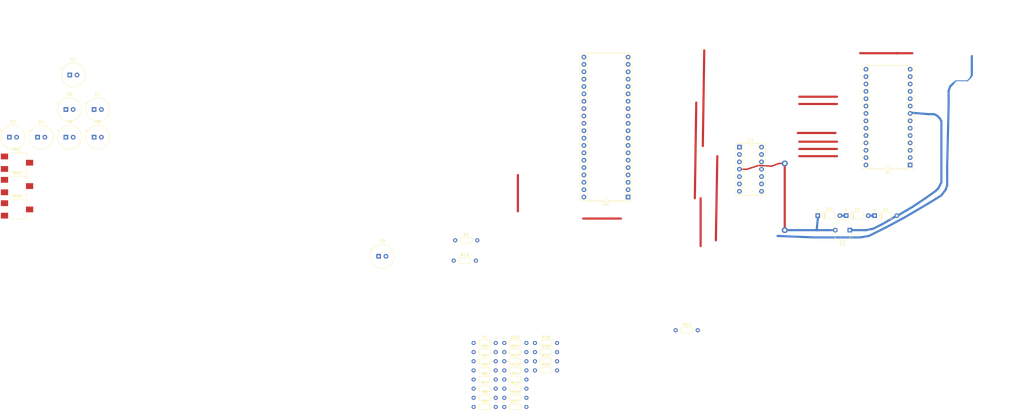
<source format=kicad_pcb>
(kicad_pcb (version 20240108) (generator "pcbnew") (generator_version "8.0")
  (layers (0 "F.Cu" signal) (31 "B.Cu" signal) (34 "B.Paste" user) (35 "F.Paste" user) (36 "B.SilkS" user "B.Silkscreen") (37 "F.SilkS" user "F.Silkscreen") (38 "B.Mask" user) (39 "F.Mask" user) (44 "Edge.Cuts" user))
  (net 0 "")
  (net 1 "Earth")
  (net 2 "Net-(U1-ONESHOTC)")
  (net 3 "Net-(D1-A)")
  (net 4 "Net-(D1-K)")
  (net 5 "Net-(D2-K)")
  (net 6 "Net-(D3-K)")
  (net 7 "Net-(U1-VCOR)")
  (net 8 "Net-(U2-PB6)")
  (net 9 "Net-(U1-FEEDBACKR)")
  (net 10 "Net-(U1-OUTPUT)")
  (net 13 "+5V")
  (net 15 "Net-(U2-PB3)")
  (net 17 "Net-(U1-VCOSEL)")
  (net 18 "Net-(U2-PA0)")
  (net 21 "Net-(U1-MIXSELB)")
  (net 22 "Net-(U2-PB7)")
  (net 30 "Net-(U2-PB2)")
  (net 32 "Net-(U2-PB4)")
  (net 33 "Net-(U2-PA3)")
  (net 34 "Net-(U2-PB0)")
  (net 35 "Net-(U1-ENVSEL1)")
  (net 37 "GND")
  (net 39 "Net-(U2-PB5)")
  (net 41 "Net-(U1-ENABLE)")
  (net 43 "Net-(U1-MIXSELA)")
  (net 44 "Net-(U2-PB1)")
  (net 47 "Net-(U2-PA1)")
  (net 49 "Net-(U1-MIXSELC)")
  (net 50 "Net-(RV2-Pad1)")
  (net 52 "Net-(C5-Pad2)")
  (net 53 "Net-(U1-ENVSEL2)")
  (net 54 "Net-(U1-SLFC)")
  (net 56 "Net-(U1-NOISECLKR)")
  (net 57 "Net-(U1-NOISEFR)")
  (net 58 "Net-(U1-DECAYR)")
  (net 59 "Net-(U1-ATTACKR)")
  (net 60 "Net-(U1-AMPR)")
  (net 61 "Net-(R21-Pad1)")
  (net 62 "Net-(R22-Pad1)")
  (net 63 "Net-(U1-SLFR)")
  (net 64 "Net-(R23-Pad2)")
  (net 65 "Net-(U1-ONESHOTR)")
  (net 66 "Net-(U1-NOISEFC)")
  (net 67 "Net-(U1-VCOC)")
  (net 68 "Net-(U1-EXTVCO)")
  (footprint "Resistor_THT:R_Axial_DIN0204_L3.6mm_D1.6mm_P7.62mm_Horizontal" (layer "F.Cu") (at 78.24 192.45)
    (property "Reference" "R9" (at 3.81 -1.92 0) (layer "F.SilkS"))
    (property "Value" "330K")
    (pad "1" thru_hole circle (at 0 0) (size 1.4 1.4) (drill 0.7) (layers "*.Cu" "*.Mask") (net 30 "Net-(U2-PB2)"))
    (pad "2" thru_hole oval (at 7.62 0) (size 1.4 1.4) (drill 0.7) (layers "*.Cu" "*.Mask") (net 7 "Net-(U1-VCOR)"))
  )
  (footprint "Capacitor_THT:CP_Radial_Tantal_D7.0mm_P5.00mm" (layer "F.Cu") (at 207.920139 131.5 180)
    (property "Reference" "C3" (at 2.5 -4.75 180) (layer "F.SilkS"))
    (property "Value" "6.8uF")
    (pad "1" thru_hole rect (at 0 0 180) (size 1.6 1.6) (drill 0.8) (layers "*.Cu" "*.Mask") (net 3 "Net-(D1-A)"))
    (pad "2" thru_hole circle (at 5 0 180) (size 1.6 1.6) (drill 0.8) (layers "*.Cu" "*.Mask") (net 6 "Net-(D3-K)"))
  )
  (footprint "Resistor_THT:R_Axial_DIN0204_L3.6mm_D1.6mm_P7.62mm_Horizontal" (layer "F.Cu") (at 78.24 189.3)
    (property "Reference" "R8" (at 3.81 -1.92 0) (layer "F.SilkS"))
    (property "Value" "1.5M")
    (pad "1" thru_hole circle (at 0 0) (size 1.4 1.4) (drill 0.7) (layers "*.Cu" "*.Mask") (net 15 "Net-(U2-PB3)"))
    (pad "2" thru_hole oval (at 7.62 0) (size 1.4 1.4) (drill 0.7) (layers "*.Cu" "*.Mask") (net 7 "Net-(U1-VCOR)"))
  )
  (footprint "Potentiometer_SMD:Potentiometer_ACP_CA6-VSMD_Vertical" (layer "F.Cu") (at -79.175 116.3)
    (property "Reference" "RV2" (at 0 -4.5 0) (layer "F.SilkS"))
    (property "Value" "1K")
    (pad "1" smd rect (at -4.325 2.15) (size 2.5 2) (layers "F.Cu" "F.Paste" "F.Mask") (net 50 "Net-(RV2-Pad1)"))
    (pad "2" smd rect (at 4.325 0) (size 2.5 2) (layers "F.Cu" "F.Paste" "F.Mask") (net 62 "Net-(R22-Pad1)"))
    (pad "3" smd rect (at -4.325 -2.15) (size 2.5 2) (layers "F.Cu" "F.Paste" "F.Mask") (net 62 "Net-(R22-Pad1)"))
  )
  (footprint "Resistor_THT:R_Axial_DIN0204_L3.6mm_D1.6mm_P7.62mm_Horizontal" (layer "F.Cu") (at 99.38 179.85)
    (property "Reference" "R22" (at 3.81 -1.92 0) (layer "F.SilkS"))
    (property "Value" "47K")
    (pad "1" thru_hole circle (at 0 0) (size 1.4 1.4) (drill 0.7) (layers "*.Cu" "*.Mask") (net 62 "Net-(R22-Pad1)"))
    (pad "2" thru_hole oval (at 7.62 0) (size 1.4 1.4) (drill 0.7) (layers "*.Cu" "*.Mask") (net 63 "Net-(U1-SLFR)"))
  )
  (footprint "Capacitor_THT:CP_Radial_Tantal_D8.0mm_P2.50mm" (layer "F.Cu") (at -52.596208 99.45)
    (property "Reference" "C8" (at 1.25 -5.25 0) (layer "F.SilkS"))
    (property "Value" "0.033uF")
    (pad "1" thru_hole rect (at 0 0) (size 1.6 1.6) (drill 0.8) (layers "*.Cu" "*.Mask") (net 67 "Net-(U1-VCOC)"))
    (pad "2" thru_hole circle (at 2.5 0) (size 1.6 1.6) (drill 0.8) (layers "*.Cu" "*.Mask") (net 1 "Earth"))
  )
  (footprint "Resistor_THT:R_Axial_DIN0204_L3.6mm_D1.6mm_P7.62mm_Horizontal" (layer "F.Cu") (at 88.81 183)
    (property "Reference" "R14" (at 3.81 -1.92 0) (layer "F.SilkS"))
    (property "Value" "1M")
    (pad "1" thru_hole circle (at 0 0) (size 1.4 1.4) (drill 0.7) (layers "*.Cu" "*.Mask") (net 58 "Net-(U1-DECAYR)"))
    (pad "2" thru_hole oval (at 7.62 0) (size 1.4 1.4) (drill 0.7) (layers "*.Cu" "*.Mask") (net 1 "Earth"))
  )
  (footprint "Resistor_THT:R_Axial_DIN0204_L3.6mm_D1.6mm_P7.62mm_Horizontal" (layer "F.Cu") (at 88.81 189.3)
    (property "Reference" "R16" (at 3.81 -1.92 0) (layer "F.SilkS"))
    (property "Value" "10K")
    (pad "1" thru_hole circle (at 0 0) (size 1.4 1.4) (drill 0.7) (layers "*.Cu" "*.Mask") (net 41 "Net-(U1-ENABLE)"))
    (pad "2" thru_hole oval (at 7.62 0) (size 1.4 1.4) (drill 0.7) (layers "*.Cu" "*.Mask") (net 13 "+5V"))
  )
  (footprint "Resistor_THT:R_Axial_DIN0204_L3.6mm_D1.6mm_P7.62mm_Horizontal" (layer "F.Cu") (at 71.88 135)
    (property "Reference" "R2" (at 3.81 -1.92 0) (layer "F.SilkS"))
    (property "Value" "220K")
    (pad "1" thru_hole circle (at 0 0) (size 1.4 1.4) (drill 0.7) (layers "*.Cu" "*.Mask") (net 8 "Net-(U2-PB6)"))
    (pad "2" thru_hole oval (at 7.62 0) (size 1.4 1.4) (drill 0.7) (layers "*.Cu" "*.Mask") (net 7 "Net-(U1-VCOR)"))
  )
  (footprint "Resistor_THT:R_Axial_DIN0204_L3.6mm_D1.6mm_P7.62mm_Horizontal" (layer "F.Cu") (at 88.81 186.15)
    (property "Reference" "R15" (at 3.81 -1.92 0) (layer "F.SilkS"))
    (property "Value" "10K")
    (pad "1" thru_hole circle (at 0 0) (size 1.4 1.4) (drill 0.7) (layers "*.Cu" "*.Mask") (net 53 "Net-(U1-ENVSEL2)"))
    (pad "2" thru_hole oval (at 7.62 0) (size 1.4 1.4) (drill 0.7) (layers "*.Cu" "*.Mask") (net 13 "+5V"))
  )
  (footprint "Diode_THT:D_DO-35_SOD27_P7.62mm_Horizontal" (layer "F.Cu") (at 196.88 126.5)
    (property "Reference" "D3" (at 3.81 -2.12 0) (layer "F.SilkS"))
    (property "Value" "1N4148")
    (fp_text user "K" (at 0 -1.8 0) (layer "F.SilkS"))
    (pad "1" thru_hole rect (at 0 0) (size 1.6 1.6) (drill 0.8) (layers "*.Cu" "*.Mask") (net 6 "Net-(D3-K)"))
    (pad "2" thru_hole oval (at 7.62 0) (size 1.6 1.6) (drill 0.8) (layers "*.Cu" "*.Mask") (net 5 "Net-(D2-K)"))
  )
  (footprint "Resistor_THT:R_Axial_DIN0204_L3.6mm_D1.6mm_P7.62mm_Horizontal" (layer "F.Cu") (at 99.38 173.55)
    (property "Reference" "R20" (at 3.81 -1.92 0) (layer "F.SilkS"))
    (property "Value" "3.3K")
    (pad "1" thru_hole circle (at 0 0) (size 1.4 1.4) (drill 0.7) (layers "*.Cu" "*.Mask") (net 1 "Earth"))
    (pad "2" thru_hole oval (at 7.62 0) (size 1.4 1.4) (drill 0.7) (layers "*.Cu" "*.Mask") (net 1 "Earth"))
  )
  (footprint "Potentiometer_SMD:Potentiometer_ACP_CA6-VSMD_Vertical" (layer "F.Cu") (at -79.175 124.35)
    (property "Reference" "RV3" (at 0 -4.5 0) (layer "F.SilkS"))
    (property "Value" "100K")
    (pad "1" smd rect (at -4.325 2.15) (size 2.5 2) (layers "F.Cu" "F.Paste" "F.Mask") (net 1 "Earth"))
    (pad "2" smd rect (at 4.325 0) (size 2.5 2) (layers "F.Cu" "F.Paste" "F.Mask") (net 1 "Earth"))
    (pad "3" smd rect (at -4.325 -2.15) (size 2.5 2) (layers "F.Cu" "F.Paste" "F.Mask") (net 64 "Net-(R23-Pad2)"))
  )
  (footprint "Resistor_THT:R_Axial_DIN0204_L3.6mm_D1.6mm_P7.62mm_Horizontal" (layer "F.Cu") (at 78.24 173.55)
    (property "Reference" "R3" (at 3.81 -1.92 0) (layer "F.SilkS"))
    (property "Value" "47K")
    (pad "1" thru_hole circle (at 0 0) (size 1.4 1.4) (drill 0.7) (layers "*.Cu" "*.Mask") (net 39 "Net-(U2-PB5)"))
    (pad "2" thru_hole oval (at 7.62 0) (size 1.4 1.4) (drill 0.7) (layers "*.Cu" "*.Mask") (net 7 "Net-(U1-VCOR)"))
  )
  (footprint "Resistor_THT:R_Axial_DIN0204_L3.6mm_D1.6mm_P7.62mm_Horizontal" (layer "F.Cu") (at 99.38 170.4)
    (property "Reference" "R18" (at 3.81 -1.92 0) (layer "F.SilkS"))
    (property "Value" "150K")
    (pad "1" thru_hole circle (at 0 0) (size 1.4 1.4) (drill 0.7) (layers "*.Cu" "*.Mask") (net 60 "Net-(U1-AMPR)"))
    (pad "2" thru_hole oval (at 7.62 0) (size 1.4 1.4) (drill 0.7) (layers "*.Cu" "*.Mask") (net 1 "Earth"))
  )
  (footprint "Package_DIP:DIP-40_W15.24mm_Socket" (layer "F.Cu") (at 131.5 120.08 180)
    (property "Reference" "U2" (at 7.62 -2.33 180) (layer "F.SilkS"))
    (property "Value" "6821")
    (pad "1" thru_hole rect (at 0 0 180) (size 1.6 1.6) (drill 0.8) (layers "*.Cu" "*.Mask") (net 37 "GND"))
    (pad "2" thru_hole oval (at 0 2.54 180) (size 1.6 1.6) (drill 0.8) (layers "*.Cu" "*.Mask") (net 18 "Net-(U2-PA0)"))
    (pad "3" thru_hole oval (at 0 5.08 180) (size 1.6 1.6) (drill 0.8) (layers "*.Cu" "*.Mask") (net 47 "Net-(U2-PA1)"))
    (pad "4" thru_hole oval (at 0 7.62 180) (size 1.6 1.6) (drill 0.8) (layers "*.Cu" "*.Mask") (net 17 "Net-(U1-VCOSEL)"))
    (pad "5" thru_hole oval (at 0 10.16 180) (size 1.6 1.6) (drill 0.8) (layers "*.Cu" "*.Mask") (net 33 "Net-(U2-PA3)"))
    (pad "6" thru_hole oval (at 0 12.7 180) (size 1.6 1.6) (drill 0.8) (layers "*.Cu" "*.Mask") (net 35 "Net-(U1-ENVSEL1)"))
    (pad "7" thru_hole oval (at 0 15.24 180) (size 1.6 1.6) (drill 0.8) (layers "*.Cu" "*.Mask") (net 21 "Net-(U1-MIXSELB)"))
    (pad "8" thru_hole oval (at 0 17.78 180) (size 1.6 1.6) (drill 0.8) (layers "*.Cu" "*.Mask") (net 43 "Net-(U1-MIXSELA)"))
    (pad "9" thru_hole oval (at 0 20.32 180) (size 1.6 1.6) (drill 0.8) (layers "*.Cu" "*.Mask") (net 49 "Net-(U1-MIXSELC)"))
    (pad "10" thru_hole oval (at 0 22.86 180) (size 1.6 1.6) (drill 0.8) (layers "*.Cu" "*.Mask") (net 34 "Net-(U2-PB0)"))
    (pad "11" thru_hole oval (at 0 25.4 180) (size 1.6 1.6) (drill 0.8) (layers "*.Cu" "*.Mask") (net 44 "Net-(U2-PB1)"))
    (pad "12" thru_hole oval (at 0 27.94 180) (size 1.6 1.6) (drill 0.8) (layers "*.Cu" "*.Mask") (net 30 "Net-(U2-PB2)"))
    (pad "13" thru_hole oval (at 0 30.48 180) (size 1.6 1.6) (drill 0.8) (layers "*.Cu" "*.Mask") (net 15 "Net-(U2-PB3)"))
    (pad "14" thru_hole oval (at 0 33.02 180) (size 1.6 1.6) (drill 0.8) (layers "*.Cu" "*.Mask") (net 32 "Net-(U2-PB4)"))
    (pad "15" thru_hole oval (at 0 35.56 180) (size 1.6 1.6) (drill 0.8) (layers "*.Cu" "*.Mask") (net 39 "Net-(U2-PB5)"))
    (pad "16" thru_hole oval (at 0 38.1 180) (size 1.6 1.6) (drill 0.8) (layers "*.Cu" "*.Mask") (net 8 "Net-(U2-PB6)"))
    (pad "17" thru_hole oval (at 0 40.64 180) (size 1.6 1.6) (drill 0.8) (layers "*.Cu" "*.Mask") (net 22 "Net-(U2-PB7)"))
    (pad "18" thru_hole oval (at 0 43.18 180) (size 1.6 1.6) (drill 0.8) (layers "*.Cu" "*.Mask"))
    (pad "19" thru_hole oval (at 0 45.72 180) (size 1.6 1.6) (drill 0.8) (layers "*.Cu" "*.Mask"))
    (pad "20" thru_hole oval (at 0 48.26 180) (size 1.6 1.6) (drill 0.8) (layers "*.Cu" "*.Mask") (net 13 "+5V"))
    (pad "21" thru_hole oval (at 15.24 48.26 180) (size 1.6 1.6) (drill 0.8) (layers "*.Cu" "*.Mask"))
    (pad "22" thru_hole oval (at 15.24 45.72 180) (size 1.6 1.6) (drill 0.8) (layers "*.Cu" "*.Mask"))
    (pad "23" thru_hole oval (at 15.24 43.18 180) (size 1.6 1.6) (drill 0.8) (layers "*.Cu" "*.Mask"))
    (pad "24" thru_hole oval (at 15.24 40.64 180) (size 1.6 1.6) (drill 0.8) (layers "*.Cu" "*.Mask"))
    (pad "25" thru_hole oval (at 15.24 38.1 180) (size 1.6 1.6) (drill 0.8) (layers "*.Cu" "*.Mask"))
    (pad "26" thru_hole oval (at 15.24 35.56 180) (size 1.6 1.6) (drill 0.8) (layers "*.Cu" "*.Mask"))
    (pad "27" thru_hole oval (at 15.24 33.02 180) (size 1.6 1.6) (drill 0.8) (layers "*.Cu" "*.Mask"))
    (pad "28" thru_hole oval (at 15.24 30.48 180) (size 1.6 1.6) (drill 0.8) (layers "*.Cu" "*.Mask"))
    (pad "29" thru_hole oval (at 15.24 27.94 180) (size 1.6 1.6) (drill 0.8) (layers "*.Cu" "*.Mask"))
    (pad "30" thru_hole oval (at 15.24 25.4 180) (size 1.6 1.6) (drill 0.8) (layers "*.Cu" "*.Mask"))
    (pad "31" thru_hole oval (at 15.24 22.86 180) (size 1.6 1.6) (drill 0.8) (layers "*.Cu" "*.Mask"))
    (pad "32" thru_hole oval (at 15.24 20.32 180) (size 1.6 1.6) (drill 0.8) (layers "*.Cu" "*.Mask"))
    (pad "33" thru_hole oval (at 15.24 17.78 180) (size 1.6 1.6) (drill 0.8) (layers "*.Cu" "*.Mask"))
    (pad "34" thru_hole oval (at 15.24 15.24 180) (size 1.6 1.6) (drill 0.8) (layers "*.Cu" "*.Mask"))
    (pad "35" thru_hole oval (at 15.24 12.7 180) (size 1.6 1.6) (drill 0.8) (layers "*.Cu" "*.Mask"))
    (pad "36" thru_hole oval (at 15.24 10.16 180) (size 1.6 1.6) (drill 0.8) (layers "*.Cu" "*.Mask"))
    (pad "37" thru_hole oval (at 15.24 7.62 180) (size 1.6 1.6) (drill 0.8) (layers "*.Cu" "*.Mask"))
    (pad "38" thru_hole oval (at 15.24 5.08 180) (size 1.6 1.6) (drill 0.8) (layers "*.Cu" "*.Mask"))
    (pad "39" thru_hole oval (at 15.24 2.54 180) (size 1.6 1.6) (drill 0.8) (layers "*.Cu" "*.Mask") (net 41 "Net-(U1-ENABLE)"))
    (pad "40" thru_hole oval (at 15.24 0 180) (size 1.6 1.6) (drill 0.8) (layers "*.Cu" "*.Mask"))
  )
  (footprint "Resistor_THT:R_Axial_DIN0204_L3.6mm_D1.6mm_P7.62mm_Horizontal" (layer "F.Cu") (at 147.88 166)
    (property "Reference" "R23" (at 3.81 -1.92 0) (layer "F.SilkS"))
    (property "Value" "47K")
    (pad "1" thru_hole circle (at 0 0) (size 1.4 1.4) (drill 0.7) (layers "*.Cu" "*.Mask") (net 65 "Net-(U1-ONESHOTR)"))
    (pad "2" thru_hole oval (at 7.62 0) (size 1.4 1.4) (drill 0.7) (layers "*.Cu" "*.Mask") (net 64 "Net-(R23-Pad2)"))
  )
  (footprint "Resistor_THT:R_Axial_DIN0204_L3.6mm_D1.6mm_P7.62mm_Horizontal" (layer "F.Cu") (at 78.24 176.7)
    (property "Reference" "R4" (at 3.81 -1.92 0) (layer "F.SilkS"))
    (property "Value" "220K")
    (pad "1" thru_hole circle (at 0 0) (size 1.4 1.4) (drill 0.7) (layers "*.Cu" "*.Mask") (net 39 "Net-(U2-PB5)"))
    (pad "2" thru_hole oval (at 7.62 0) (size 1.4 1.4) (drill 0.7) (layers "*.Cu" "*.Mask") (net 7 "Net-(U1-VCOR)"))
  )
  (footprint "Capacitor_THT:CP_Radial_Tantal_D8.0mm_P2.50mm" (layer "F.Cu") (at -62.340906 89.9)
    (property "Reference" "C5" (at 1.25 -5.25 0) (layer "F.SilkS"))
    (property "Value" "0.47UF")
    (pad "1" thru_hole rect (at 0 0) (size 1.6 1.6) (drill 0.8) (layers "*.Cu" "*.Mask") (net 54 "Net-(U1-SLFC)"))
    (pad "2" thru_hole circle (at 2.5 0) (size 1.6 1.6) (drill 0.8) (layers "*.Cu" "*.Mask") (net 52 "Net-(C5-Pad2)"))
  )
  (footprint "Resistor_THT:R_Axial_DIN0204_L3.6mm_D1.6mm_P7.62mm_Horizontal" (layer "F.Cu") (at 78.24 179.85)
    (property "Reference" "R5" (at 3.81 -1.92 0) (layer "F.SilkS"))
    (property "Value" "82K")
    (pad "1" thru_hole circle (at 0 0) (size 1.4 1.4) (drill 0.7) (layers "*.Cu" "*.Mask") (net 32 "Net-(U2-PB4)"))
    (pad "2" thru_hole oval (at 7.62 0) (size 1.4 1.4) (drill 0.7) (layers "*.Cu" "*.Mask") (net 7 "Net-(U1-VCOR)"))
  )
  (footprint "Diode_THT:D_DO-35_SOD27_P7.62mm_Horizontal" (layer "F.Cu") (at 206.69 126.5)
    (property "Reference" "D2" (at 3.81 -2.12 0) (layer "F.SilkS"))
    (property "Value" "1N4148")
    (fp_text user "K" (at 0 -1.8 0) (layer "F.SilkS"))
    (pad "1" thru_hole rect (at 0 0) (size 1.6 1.6) (drill 0.8) (layers "*.Cu" "*.Mask") (net 5 "Net-(D2-K)"))
    (pad "2" thru_hole oval (at 7.62 0) (size 1.6 1.6) (drill 0.8) (layers "*.Cu" "*.Mask") (net 4 "Net-(D1-K)"))
  )
  (footprint "Capacitor_THT:CP_Radial_Tantal_D8.0mm_P2.50mm" (layer "F.Cu") (at -52.596208 89.9)
    (property "Reference" "C7" (at 1.25 -5.25 0) (layer "F.SilkS"))
    (property "Value" "0.27uF")
    (pad "1" thru_hole rect (at 0 0) (size 1.6 1.6) (drill 0.8) (layers "*.Cu" "*.Mask") (net 67 "Net-(U1-VCOC)"))
    (pad "2" thru_hole circle (at 2.5 0) (size 1.6 1.6) (drill 0.8) (layers "*.Cu" "*.Mask") (net 22 "Net-(U2-PB7)"))
  )
  (footprint "Resistor_THT:R_Axial_DIN0204_L3.6mm_D1.6mm_P7.62mm_Horizontal" (layer "F.Cu") (at 99.38 176.7)
    (property "Reference" "R21" (at 3.81 -1.92 0) (layer "F.SilkS"))
    (property "Value" "10K")
    (pad "1" thru_hole circle (at 0 0) (size 1.4 1.4) (drill 0.7) (layers "*.Cu" "*.Mask") (net 61 "Net-(R21-Pad1)"))
    (pad "2" thru_hole oval (at 7.62 0) (size 1.4 1.4) (drill 0.7) (layers "*.Cu" "*.Mask") (net 13 "+5V"))
  )
  (footprint "Resistor_THT:R_Axial_DIN0204_L3.6mm_D1.6mm_P7.62mm_Horizontal" (layer "F.Cu") (at 78.24 186.15)
    (property "Reference" "R7" (at 3.81 -1.92 0) (layer "F.SilkS"))
    (property "Value" "180K")
    (pad "1" thru_hole circle (at 0 0) (size 1.4 1.4) (drill 0.7) (layers "*.Cu" "*.Mask") (net 15 "Net-(U2-PB3)"))
    (pad "2" thru_hole oval (at 7.62 0) (size 1.4 1.4) (drill 0.7) (layers "*.Cu" "*.Mask") (net 7 "Net-(U1-VCOR)"))
  )
  (footprint "Resistor_THT:R_Axial_DIN0204_L3.6mm_D1.6mm_P7.62mm_Horizontal" (layer "F.Cu") (at 88.81 173.55)
    (property "Reference" "R11" (at 3.81 -1.92 0) (layer "F.SilkS"))
    (property "Value" "1.2M")
    (pad "1" thru_hole circle (at 0 0) (size 1.4 1.4) (drill 0.7) (layers "*.Cu" "*.Mask") (net 34 "Net-(U2-PB0)"))
    (pad "2" thru_hole oval (at 7.62 0) (size 1.4 1.4) (drill 0.7) (layers "*.Cu" "*.Mask") (net 7 "Net-(U1-VCOR)"))
  )
  (footprint "Capacitor_THT:CP_Radial_Tantal_D8.0mm_P2.50mm" (layer "F.Cu") (at -61 78)
    (property "Reference" "C1" (at 1.25 -5.25 0) (layer "F.SilkS"))
    (property "Value" "0.1uF")
    (pad "1" thru_hole rect (at 0 0) (size 1.6 1.6) (drill 0.8) (layers "*.Cu" "*.Mask") (net 13 "+5V"))
    (pad "2" thru_hole circle (at 2.5 0) (size 1.6 1.6) (drill 0.8) (layers "*.Cu" "*.Mask") (net 1 "Earth"))
  )
  (footprint "Capacitor_THT:CP_Radial_Tantal_D8.0mm_P2.50mm" (layer "F.Cu") (at -62.340906 99.45)
    (property "Reference" "C6" (at 1.25 -5.25 0) (layer "F.SilkS"))
    (property "Value" "2.2uF")
    (pad "1" thru_hole rect (at 0 0) (size 1.6 1.6) (drill 0.8) (layers "*.Cu" "*.Mask") (net 10 "Net-(U1-OUTPUT)"))
    (pad "2" thru_hole circle (at 2.5 0) (size 1.6 1.6) (drill 0.8) (layers "*.Cu" "*.Mask") (net 1 "Earth"))
  )
  (footprint "Resistor_THT:R_Axial_DIN0204_L3.6mm_D1.6mm_P7.62mm_Horizontal" (layer "F.Cu") (at 88.81 170.4)
    (property "Reference" "R10" (at 3.81 -1.92 0) (layer "F.SilkS"))
    (property "Value" "680K")
    (pad "1" thru_hole circle (at 0 0) (size 1.4 1.4) (drill 0.7) (layers "*.Cu" "*.Mask") (net 44 "Net-(U2-PB1)"))
    (pad "2" thru_hole oval (at 7.62 0) (size 1.4 1.4) (drill 0.7) (layers "*.Cu" "*.Mask") (net 7 "Net-(U1-VCOR)"))
  )
  (footprint "Package_DIP:DIP-14_W7.62mm_Socket" (layer "F.Cu") (at 169.88 102.875)
    (property "Reference" "U3" (at 3.81 -2.33 0) (layer "F.SilkS"))
    (property "Value" "7405")
    (pad "1" thru_hole rect (at 0 0) (size 1.6 1.6) (drill 0.8) (layers "*.Cu" "*.Mask") (net 35 "Net-(U1-ENVSEL1)"))
    (pad "2" thru_hole oval (at 0 2.54) (size 1.6 1.6) (drill 0.8) (layers "*.Cu" "*.Mask") (net 53 "Net-(U1-ENVSEL2)"))
    (pad "3" thru_hole oval (at 0 5.08) (size 1.6 1.6) (drill 0.8) (layers "*.Cu" "*.Mask") (net 33 "Net-(U2-PA3)"))
    (pad "4" thru_hole oval (at 0 7.62) (size 1.6 1.6) (drill 0.8) (layers "*.Cu" "*.Mask") (net 6 "Net-(D3-K)"))
    (pad "5" thru_hole oval (at 0 10.16) (size 1.6 1.6) (drill 0.8) (layers "*.Cu" "*.Mask") (net 41 "Net-(U1-ENABLE)"))
    (pad "6" thru_hole oval (at 0 12.7) (size 1.6 1.6) (drill 0.8) (layers "*.Cu" "*.Mask") (net 54 "Net-(U1-SLFC)"))
    (pad "7" thru_hole oval (at 0 15.24) (size 1.6 1.6) (drill 0.8) (layers "*.Cu" "*.Mask"))
    (pad "8" thru_hole oval (at 7.62 15.24) (size 1.6 1.6) (drill 0.8) (layers "*.Cu" "*.Mask") (net 52 "Net-(C5-Pad2)"))
    (pad "9" thru_hole oval (at 7.62 12.7) (size 1.6 1.6) (drill 0.8) (layers "*.Cu" "*.Mask") (net 47 "Net-(U2-PA1)"))
    (pad "10" thru_hole oval (at 7.62 10.16) (size 1.6 1.6) (drill 0.8) (layers "*.Cu" "*.Mask") (net 50 "Net-(RV2-Pad1)"))
    (pad "11" thru_hole oval (at 7.62 7.62) (size 1.6 1.6) (drill 0.8) (layers "*.Cu" "*.Mask") (net 18 "Net-(U2-PA0)"))
    (pad "12" thru_hole oval (at 7.62 5.08) (size 1.6 1.6) (drill 0.8) (layers "*.Cu" "*.Mask"))
    (pad "13" thru_hole oval (at 7.62 2.54) (size 1.6 1.6) (drill 0.8) (layers "*.Cu" "*.Mask"))
    (pad "14" thru_hole oval (at 7.62 0) (size 1.6 1.6) (drill 0.8) (layers "*.Cu" "*.Mask"))
  )
  (footprint "Resistor_THT:R_Axial_DIN0204_L3.6mm_D1.6mm_P7.62mm_Horizontal" (layer "F.Cu") (at 88.81 192.45)
    (property "Reference" "R17" (at 3.81 -1.92 0) (layer "F.SilkS"))
    (property "Value" "4.7K")
    (pad "1" thru_hole circle (at 0 0) (size 1.4 1.4) (drill 0.7) (layers "*.Cu" "*.Mask") (net 59 "Net-(U1-ATTACKR)"))
    (pad "2" thru_hole oval (at 7.62 0) (size 1.4 1.4) (drill 0.7) (layers "*.Cu" "*.Mask") (net 1 "Earth"))
  )
  (footprint "Resistor_THT:R_Axial_DIN0204_L3.6mm_D1.6mm_P7.62mm_Horizontal" (layer "F.Cu") (at 88.81 179.85)
    (property "Reference" "R13" (at 3.81 -1.92 0) (layer "F.SilkS"))
    (property "Value" "47K")
    (pad "1" thru_hole circle (at 0 0) (size 1.4 1.4) (drill 0.7) (layers "*.Cu" "*.Mask") (net 57 "Net-(U1-NOISEFR)"))
    (pad "2" thru_hole oval (at 7.62 0) (size 1.4 1.4) (drill 0.7) (layers "*.Cu" "*.Mask") (net 1 "Earth"))
  )
  (footprint "Resistor_THT:R_Axial_DIN0204_L3.6mm_D1.6mm_P7.62mm_Horizontal" (layer "F.Cu") (at 88.81 176.7)
    (property "Reference" "R12" (at 3.81 -1.92 0) (layer "F.SilkS"))
    (property "Value" "47K")
    (pad "1" thru_hole circle (at 0 0) (size 1.4 1.4) (drill 0.7) (layers "*.Cu" "*.Mask") (net 56 "Net-(U1-NOISECLKR)"))
    (pad "2" thru_hole oval (at 7.62 0) (size 1.4 1.4) (drill 0.7) (layers "*.Cu" "*.Mask") (net 1 "Earth"))
  )
  (footprint "Resistor_THT:R_Axial_DIN0204_L3.6mm_D1.6mm_P7.62mm_Horizontal" (layer "F.Cu") (at 78.24 170.4)
    (property "Reference" "R1" (at 3.81 -1.92 0) (layer "F.SilkS"))
    (property "Value" "22K")
    (pad "1" thru_hole circle (at 0 0) (size 1.4 1.4) (drill 0.7) (layers "*.Cu" "*.Mask") (net 8 "Net-(U2-PB6)"))
    (pad "2" thru_hole oval (at 7.62 0) (size 1.4 1.4) (drill 0.7) (layers "*.Cu" "*.Mask") (net 7 "Net-(U1-VCOR)"))
  )
  (footprint "Diode_THT:D_DO-35_SOD27_P7.62mm_Horizontal" (layer "F.Cu") (at 216.5 126.5)
    (property "Reference" "D1" (at 3.81 -2.12 0) (layer "F.SilkS"))
    (property "Value" "1N4148")
    (fp_text user "K" (at 0 -1.8 0) (layer "F.SilkS"))
    (pad "1" thru_hole rect (at 0 0) (size 1.6 1.6) (drill 0.8) (layers "*.Cu" "*.Mask") (net 4 "Net-(D1-K)"))
    (pad "2" thru_hole oval (at 7.62 0) (size 1.6 1.6) (drill 0.8) (layers "*.Cu" "*.Mask") (net 3 "Net-(D1-A)"))
  )
  (footprint "Potentiometer_SMD:Potentiometer_ACP_CA6-VSMD_Vertical" (layer "F.Cu") (at -79.175 108.25)
    (property "Reference" "RV1" (at 0 -4.5 0) (layer "F.SilkS"))
    (property "Value" "1K")
    (pad "1" smd rect (at -4.325 2.15) (size 2.5 2) (layers "F.Cu" "F.Paste" "F.Mask") (net 61 "Net-(R21-Pad1)"))
    (pad "2" smd rect (at 4.325 0) (size 2.5 2) (layers "F.Cu" "F.Paste" "F.Mask") (net 68 "Net-(U1-EXTVCO)"))
    (pad "3" smd rect (at -4.325 -2.15) (size 2.5 2) (layers "F.Cu" "F.Paste" "F.Mask") (net 1 "Earth"))
  )
  (footprint "Resistor_THT:R_Axial_DIN0204_L3.6mm_D1.6mm_P7.62mm_Horizontal" (layer "F.Cu") (at 71.38 142)
    (property "Reference" "R19" (at 3.81 -1.92 0) (layer "F.SilkS"))
    (property "Value" "47K")
    (pad "1" thru_hole circle (at 0 0) (size 1.4 1.4) (drill 0.7) (layers "*.Cu" "*.Mask") (net 9 "Net-(U1-FEEDBACKR)"))
    (pad "2" thru_hole oval (at 7.62 0) (size 1.4 1.4) (drill 0.7) (layers "*.Cu" "*.Mask") (net 10 "Net-(U1-OUTPUT)"))
  )
  (footprint "Package_DIP:DIP-28_W15.24mm_Socket" (layer "F.Cu") (at 228.74 109.04 180)
    (property "Reference" "U1" (at 7.62 -2.33 0) (layer "F.SilkS"))
    (property "Value" "SN76477")
    (pad "1" thru_hole rect (at 0 0 180) (size 1.6 1.6) (drill 0.8) (layers "*.Cu" "*.Mask") (net 35 "Net-(U1-ENVSEL1)"))
    (pad "2" thru_hole oval (at 0 2.54 180) (size 1.6 1.6) (drill 0.8) (layers "*.Cu" "*.Mask") (net 1 "Earth"))
    (pad "3" thru_hole oval (at 0 5.08 180) (size 1.6 1.6) (drill 0.8) (layers "*.Cu" "*.Mask") (net 1 "Earth"))
    (pad "4" thru_hole oval (at 0 7.62 180) (size 1.6 1.6) (drill 0.8) (layers "*.Cu" "*.Mask") (net 56 "Net-(U1-NOISECLKR)"))
    (pad "5" thru_hole oval (at 0 10.16 180) (size 1.6 1.6) (drill 0.8) (layers "*.Cu" "*.Mask") (net 57 "Net-(U1-NOISEFR)"))
    (pad "6" thru_hole oval (at 0 12.7 180) (size 1.6 1.6) (drill 0.8) (layers "*.Cu" "*.Mask") (net 66 "Net-(U1-NOISEFC)"))
    (pad "7" thru_hole oval (at 0 15.24 180) (size 1.6 1.6) (drill 0.8) (layers "*.Cu" "*.Mask") (net 58 "Net-(U1-DECAYR)"))
    (pad "8" thru_hole oval (at 0 17.78 180) (size 1.6 1.6) (drill 0.8) (layers "*.Cu" "*.Mask") (net 3 "Net-(D1-A)"))
    (pad "9" thru_hole oval (at 0 20.32 180) (size 1.6 1.6) (drill 0.8) (layers "*.Cu" "*.Mask") (net 41 "Net-(U1-ENABLE)"))
    (pad "10" thru_hole oval (at 0 22.86 180) (size 1.6 1.6) (drill 0.8) (layers "*.Cu" "*.Mask") (net 59 "Net-(U1-ATTACKR)"))
    (pad "11" thru_hole oval (at 0 25.4 180) (size 1.6 1.6) (drill 0.8) (layers "*.Cu" "*.Mask") (net 60 "Net-(U1-AMPR)"))
    (pad "12" thru_hole oval (at 0 27.94 180) (size 1.6 1.6) (drill 0.8) (layers "*.Cu" "*.Mask") (net 9 "Net-(U1-FEEDBACKR)"))
    (pad "13" thru_hole oval (at 0 30.48 180) (size 1.6 1.6) (drill 0.8) (layers "*.Cu" "*.Mask") (net 10 "Net-(U1-OUTPUT)"))
    (pad "14" thru_hole oval (at 0 33.02 180) (size 1.6 1.6) (drill 0.8) (layers "*.Cu" "*.Mask"))
    (pad "15" thru_hole oval (at 15.24 33.02 180) (size 1.6 1.6) (drill 0.8) (layers "*.Cu" "*.Mask") (net 13 "+5V"))
    (pad "16" thru_hole oval (at 15.24 30.48 180) (size 1.6 1.6) (drill 0.8) (layers "*.Cu" "*.Mask") (net 68 "Net-(U1-EXTVCO)"))
    (pad "17" thru_hole oval (at 15.24 27.94 180) (size 1.6 1.6) (drill 0.8) (layers "*.Cu" "*.Mask") (net 67 "Net-(U1-VCOC)"))
    (pad "18" thru_hole oval (at 15.24 25.4 180) (size 1.6 1.6) (drill 0.8) (layers "*.Cu" "*.Mask") (net 7 "Net-(U1-VCOR)"))
    (pad "19" thru_hole oval (at 15.24 22.86 180) (size 1.6 1.6) (drill 0.8) (layers "*.Cu" "*.Mask") (net 13 "+5V"))
    (pad "20" thru_hole oval (at 15.24 20.32 180) (size 1.6 1.6) (drill 0.8) (layers "*.Cu" "*.Mask") (net 63 "Net-(U1-SLFR)"))
    (pad "21" thru_hole oval (at 15.24 17.78 180) (size 1.6 1.6) (drill 0.8) (layers "*.Cu" "*.Mask") (net 54 "Net-(U1-SLFC)"))
    (pad "22" thru_hole oval (at 15.24 15.24 180) (size 1.6 1.6) (drill 0.8) (layers "*.Cu" "*.Mask") (net 17 "Net-(U1-VCOSEL)"))
    (pad "23" thru_hole oval (at 15.24 12.7 180) (size 1.6 1.6) (drill 0.8) (layers "*.Cu" "*.Mask") (net 2 "Net-(U1-ONESHOTC)"))
    (pad "24" thru_hole oval (at 15.24 10.16 180) (size 1.6 1.6) (drill 0.8) (layers "*.Cu" "*.Mask") (net 65 "Net-(U1-ONESHOTR)"))
    (pad "25" thru_hole oval (at 15.24 7.62 180) (size 1.6 1.6) (drill 0.8) (layers "*.Cu" "*.Mask") (net 43 "Net-(U1-MIXSELA)"))
    (pad "26" thru_hole oval (at 15.24 5.08 180) (size 1.6 1.6) (drill 0.8) (layers "*.Cu" "*.Mask") (net 21 "Net-(U1-MIXSELB)"))
    (pad "27" thru_hole oval (at 15.24 2.54 180) (size 1.6 1.6) (drill 0.8) (layers "*.Cu" "*.Mask") (net 49 "Net-(U1-MIXSELC)"))
    (pad "28" thru_hole oval (at 15.24 0 180) (size 1.6 1.6) (drill 0.8) (layers "*.Cu" "*.Mask") (net 53 "Net-(U1-ENVSEL2)"))
  )
  (footprint "Capacitor_THT:CP_Radial_Tantal_D8.0mm_P2.50mm" (layer "F.Cu") (at 45.5 140.5)
    (property "Reference" "C9" (at 1.25 -5.25 0) (layer "F.SilkS"))
    (property "Value" "2.2uF")
    (pad "1" thru_hole rect (at 0 0) (size 1.6 1.6) (drill 0.8) (layers "*.Cu" "*.Mask") (net 2 "Net-(U1-ONESHOTC)"))
    (pad "2" thru_hole circle (at 2.5 0) (size 1.6 1.6) (drill 0.8) (layers "*.Cu" "*.Mask") (net 1 "Earth"))
  )
  (footprint "Capacitor_THT:CP_Radial_Tantal_D8.0mm_P2.50mm" (layer "F.Cu") (at -72.085604 99.45)
    (property "Reference" "C4" (at 1.25 -5.25 0) (layer "F.SilkS"))
    (property "Value" "0.0047uF")
    (pad "1" thru_hole rect (at 0 0) (size 1.6 1.6) (drill 0.8) (layers "*.Cu" "*.Mask") (net 54 "Net-(U1-SLFC)"))
    (pad "2" thru_hole circle (at 2.5 0) (size 1.6 1.6) (drill 0.8) (layers "*.Cu" "*.Mask") (net 1 "Earth"))
  )
  (footprint "Capacitor_THT:CP_Radial_Tantal_D8.0mm_P2.50mm" (layer "F.Cu") (at -81.830302 99.45)
    (property "Reference" "C2" (at 1.25 -5.25 0) (layer "F.SilkS"))
    (property "Value" "0.001uF")
    (pad "1" thru_hole rect (at 0 0) (size 1.6 1.6) (drill 0.8) (layers "*.Cu" "*.Mask") (net 66 "Net-(U1-NOISEFC)"))
    (pad "2" thru_hole circle (at 2.5 0) (size 1.6 1.6) (drill 0.8) (layers "*.Cu" "*.Mask") (net 1 "Earth"))
  )
  (footprint "Resistor_THT:R_Axial_DIN0204_L3.6mm_D1.6mm_P7.62mm_Horizontal" (layer "F.Cu") (at 78.24 183)
    (property "Reference" "R6" (at 3.81 -1.92 0) (layer "F.SilkS"))
    (property "Value" "3.3M")
    (pad "1" thru_hole circle (at 0 0) (size 1.4 1.4) (drill 0.7) (layers "*.Cu" "*.Mask") (net 32 "Net-(U2-PB4)"))
    (pad "2" thru_hole oval (at 7.62 0) (size 1.4 1.4) (drill 0.7) (layers "*.Cu" "*.Mask") (net 7 "Net-(U1-VCOR)"))
  )
  (segment (start 157.25 102.5) (end 157.75 69.5) (width 0.75) (layer "F.Cu") (net 0))
  (segment (start 203.5 85.5) (end 190.5 85.5) (width 0.75) (layer "F.Cu") (net 0))
  (segment (start 203.5 103.5) (end 190.5 103.5) (width 0.75) (layer "F.Cu") (net 0))
  (segment (start 203.5 101) (end 190.5 101) (width 0.75) (layer "F.Cu") (net 0))
  (segment (start 203.5 106) (end 190.5 106) (width 0.75) (layer "F.Cu") (net 0))
  (segment (start 224 70.5) (end 211.5 70.5) (width 0.75) (layer "F.Cu") (net 0))
  (segment (start 224 70.5) (end 229.5 70.5) (width 0.75) (layer "F.Cu") (net 0))
  (segment (start 93.5 125) (end 93.5 112.5) (width 0.75) (layer "F.Cu") (net 0))
  (segment (start 203.5 88) (end 190.5 88) (width 0.75) (layer "F.Cu") (net 0))
  (segment (start 156.5 137) (end 156.5 120.5) (width 0.75) (layer "F.Cu") (net 0))
  (segment (start 224.5 70.5) (end 224 70.5) (width 0.75) (layer "F.Cu") (net 0))
  (segment (start 154.5 120.5) (end 155 87.5) (width 0.75) (layer "F.Cu") (net 0))
  (segment (start 161.75 135) (end 162.25 106) (width 0.75) (layer "F.Cu") (net 0))
  (segment (start 203 98) (end 190 98) (width 0.75) (layer "F.Cu") (net 0))
  (segment (start 129 127.5) (end 116 127.5) (width 0.75) (layer "F.Cu") (net 0))
  (segment (start 239.5 94) (end 239 93) (width 0.75) (layer "B.Cu") (net 3))
  (segment (start 229.5 123.5) (end 234 120.5) (width 0.75) (layer "B.Cu") (net 3))
  (segment (start 236.5 91.5) (end 235 91.5) (width 0.75) (layer "B.Cu") (net 3))
  (segment (start 239.5 103.5) (end 239.5 94) (width 0.75) (layer "B.Cu") (net 3))
  (segment (start 239 93) (end 238.5 92.5) (width 0.75) (layer "B.Cu") (net 3))
  (segment (start 216 131) (end 213.5 131.5) (width 0.75) (layer "B.Cu") (net 3))
  (segment (start 234 120.5) (end 237.5 118) (width 0.75) (layer "B.Cu") (net 3))
  (segment (start 238.5 92.5) (end 238 92) (width 0.75) (layer "B.Cu") (net 3))
  (segment (start 235 91.5) (end 229 91) (width 0.75) (layer "B.Cu") (net 3))
  (segment (start 238 92) (end 237 91.5) (width 0.75) (layer "B.Cu") (net 3))
  (segment (start 237 91.5) (end 236.5 91.5) (width 0.75) (layer "B.Cu") (net 3))
  (segment (start 213.5 131.5) (end 208 131.5) (width 0.75) (layer "B.Cu") (net 3))
  (segment (start 237.5 118) (end 238.5 117) (width 0.75) (layer "B.Cu") (net 3))
  (segment (start 239.5 114) (end 239.5 103.5) (width 0.75) (layer "B.Cu") (net 3))
  (segment (start 224.12 126.5) (end 219 129.5) (width 0.75) (layer "B.Cu") (net 3))
  (segment (start 238.5 117) (end 239.5 115) (width 0.75) (layer "B.Cu") (net 3))
  (segment (start 239.5 115) (end 239.5 114) (width 0.75) (layer "B.Cu") (net 3))
  (segment (start 219 129.5) (end 216 131) (width 0.75) (layer "B.Cu") (net 3))
  (segment (start 224.38 126.5) (end 229.5 123.5) (width 0.75) (layer "B.Cu") (net 3))
  (segment (start 216.5 126.5) (end 214.31 126.5) (width 0.75) (layer "B.Cu") (net 4))
  (segment (start 206.69 126.5) (end 204.5 126.5) (width 0.75) (layer "B.Cu") (net 5))
  (segment (start 174 110) (end 172.5 110.5) (width 0.5) (layer "F.Cu") (net 6))
  (segment (start 172.5 110.5) (end 170 110.5) (width 0.5) (layer "F.Cu") (net 6))
  (segment (start 186 108.5) (end 185.5 108.5) (width 0.5) (layer "F.Cu") (net 6))
  (segment (start 176.5 109.2) (end 174 110) (width 0.5) (layer "F.Cu") (net 6))
  (segment (start 183.5 108.5) (end 186 108.5) (width 0.5) (layer "F.Cu") (net 6))
  (segment (start 185.5 131.5) (end 185.5 108.5) (width 0.75) (layer "F.Cu") (net 6))
  (segment (start 181 109.425) (end 176.5 109.2) (width 0.5) (layer "F.Cu") (net 6))
  (segment (start 181 109.425) (end 183.5 108.5) (width 0.5) (layer "F.Cu") (net 6))
  (via (at 185.5 131.5) (size 2) (drill 1) (layers "F.Cu" "B.Cu") (net 6))
  (via (at 185.5 108.5) (size 2) (drill 1) (layers "F.Cu" "B.Cu") (net 6))
  (via (at 185.5 108.5) (size 2) (drill 1) (layers "F.Cu" "B.Cu") (net 6))
  (via (at 185.5 131.5) (size 2) (drill 1) (layers "F.Cu" "B.Cu") (net 6))
  (segment (start 242 88.5) (end 242 83.5) (width 0.75) (layer "B.Cu") (net 6))
  (segment (start 250 76.5) (end 250 71.5) (width 0.75) (layer "B.Cu") (net 6))
  (segment (start 216.5 132.5) (end 220.5 130.5) (width 0.75) (layer "B.Cu") (net 6))
  (segment (start 241 117.5) (end 241.5 116) (width 0.75) (layer "B.Cu") (net 6))
  (segment (start 203 131.5) (end 196.5 131.5) (width 0.75) (layer "B.Cu") (net 6))
  (segment (start 220.5 130.5) (end 227 127) (width 0.75) (layer "B.Cu") (net 6))
  (segment (start 242.5 82) (end 243.5 81) (width 0.75) (layer "B.Cu") (net 6))
  (segment (start 196.5 131.5) (end 197 126.5) (width 0.75) (layer "B.Cu") (net 6))
  (segment (start 214.5 133.5) (end 216.5 132.5) (width 0.75) (layer "B.Cu") (net 6))
  (segment (start 250 78) (end 250 76.5) (width 0.75) (layer "B.Cu") (net 6))
  (segment (start 241.5 112.5) (end 241.5 109) (width 0.75) (layer "B.Cu") (net 6))
  (segment (start 242 83.5) (end 242.5 82) (width 0.75) (layer "B.Cu") (net 6))
  (segment (start 196.5 131.5) (end 185.5 131.5) (width 0.75) (layer "B.Cu") (net 6))
  (segment (start 195.5 134) (end 204 134) (width 0.75) (layer "B.Cu") (net 6))
  (segment (start 211.5 134) (end 214.5 133.5) (width 0.75) (layer "B.Cu") (net 6))
  (segment (start 248.5 80) (end 249.5 79) (width 0.4) (layer "B.Cu") (net 6))
  (segment (start 249.5 79) (end 250 78) (width 0.6) (layer "B.Cu") (net 6))
  (segment (start 195.5 134) (end 183 133.5) (width 0.75) (layer "B.Cu") (net 6))
  (segment (start 244.5 80) (end 248.5 80) (width 0.3) (layer "B.Cu") (net 6))
  (segment (start 243.5 81) (end 244 80.5) (width 0.6) (layer "B.Cu") (net 6))
  (segment (start 235.5 122) (end 239.5 119.5) (width 0.75) (layer "B.Cu") (net 6))
  (segment (start 204 134) (end 210 134) (width 0.75) (layer "B.Cu") (net 6))
  (segment (start 241.5 116) (end 241.5 112.5) (width 0.75) (layer "B.Cu") (net 6))
  (segment (start 244 80.5) (end 244.5 80) (width 0.4) (layer "B.Cu") (net 6))
  (segment (start 239.5 119.5) (end 241 117.5) (width 0.75) (layer "B.Cu") (net 6))
  (segment (start 241.5 109) (end 242 88.5) (width 0.75) (layer "B.Cu") (net 6))
  (segment (start 227 127) (end 235.5 122) (width 0.75) (layer "B.Cu") (net 6))
  (segment (start 210 134) (end 211.5 134) (width 0.75) (layer "B.Cu") (net 6))
)
</source>
